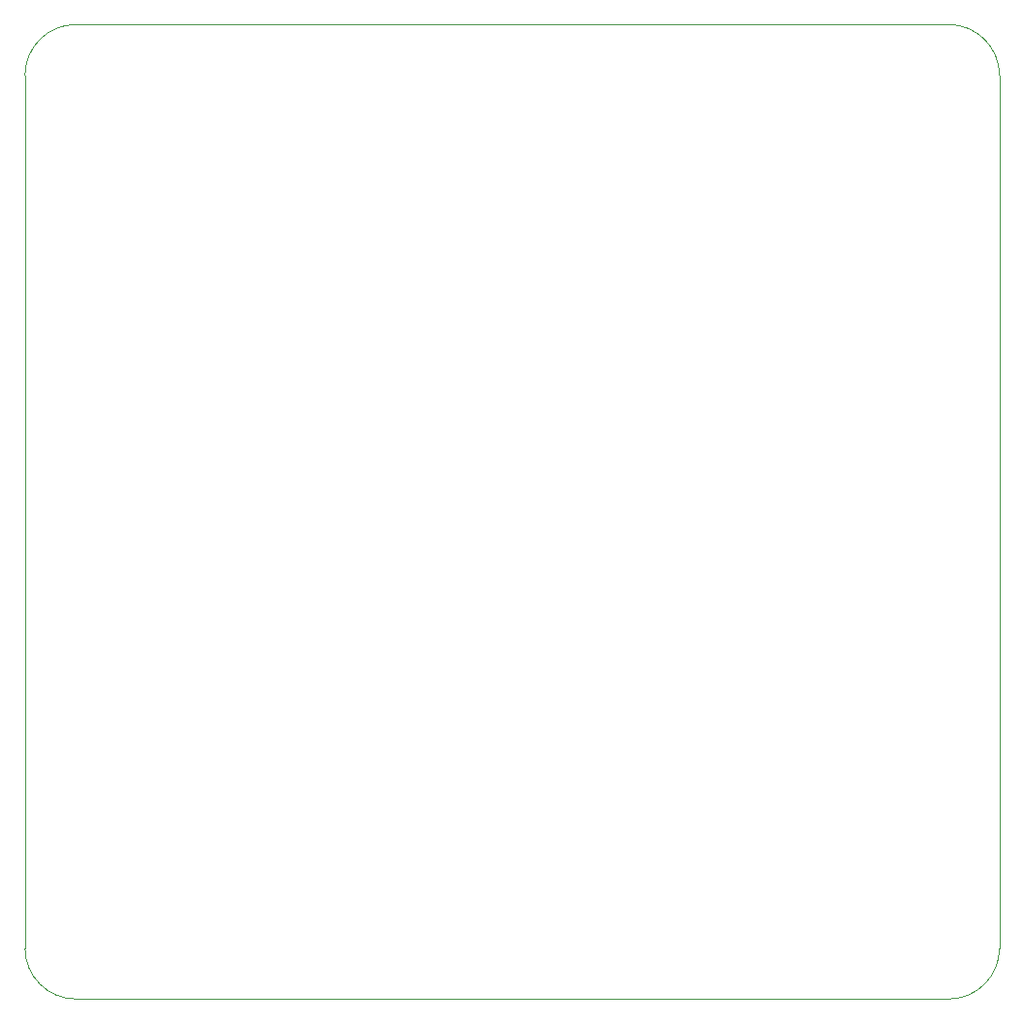
<source format=gbr>
%TF.GenerationSoftware,KiCad,Pcbnew,9.0.2+1*%
%TF.CreationDate,2025-07-26T23:48:39+01:00*%
%TF.ProjectId,ICE40HXDevBoard,49434534-3048-4584-9465-76426f617264,rev?*%
%TF.SameCoordinates,Original*%
%TF.FileFunction,Profile,NP*%
%FSLAX46Y46*%
G04 Gerber Fmt 4.6, Leading zero omitted, Abs format (unit mm)*
G04 Created by KiCad (PCBNEW 9.0.2+1) date 2025-07-26 23:48:39*
%MOMM*%
%LPD*%
G01*
G04 APERTURE LIST*
%TA.AperFunction,Profile*%
%ADD10C,0.100000*%
%TD*%
G04 APERTURE END LIST*
D10*
X177800000Y-71755000D02*
X254000000Y-71755000D01*
X177800000Y-156845000D02*
G75*
G02*
X173355000Y-152400000I0J4445000D01*
G01*
X173355000Y-76200000D02*
G75*
G02*
X177800000Y-71755000I4445000J0D01*
G01*
X173355000Y-152400000D02*
X173355000Y-76200000D01*
X254000000Y-156845000D02*
X177800000Y-156845000D01*
X258445000Y-152400000D02*
G75*
G02*
X254000000Y-156845000I-4445000J0D01*
G01*
X254000000Y-71755000D02*
G75*
G02*
X258445000Y-76200000I0J-4445000D01*
G01*
X258445000Y-76200000D02*
X258445000Y-152400000D01*
M02*

</source>
